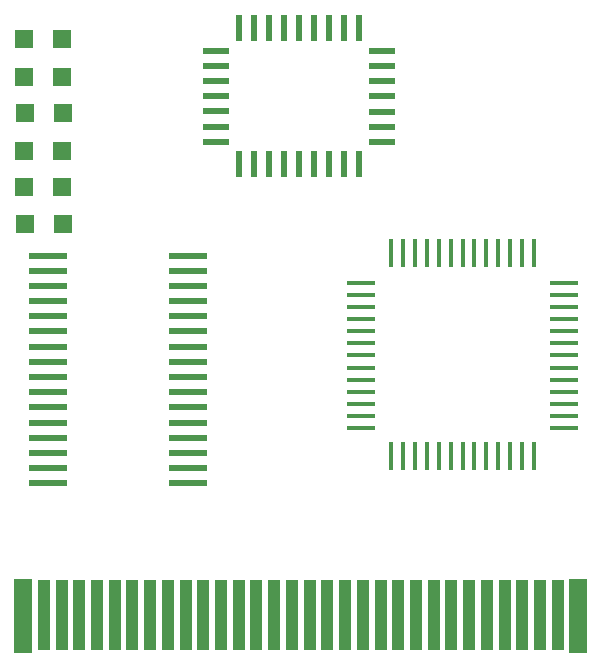
<source format=gbr>
%TF.GenerationSoftware,KiCad,Pcbnew,(6.0.2)*%
%TF.CreationDate,2022-09-16T22:24:32-05:00*%
%TF.ProjectId,REF1222 Optimized,52454631-3232-4322-904f-7074696d697a,rev?*%
%TF.SameCoordinates,Original*%
%TF.FileFunction,Paste,Top*%
%TF.FilePolarity,Positive*%
%FSLAX46Y46*%
G04 Gerber Fmt 4.6, Leading zero omitted, Abs format (unit mm)*
G04 Created by KiCad (PCBNEW (6.0.2)) date 2022-09-16 22:24:32*
%MOMM*%
%LPD*%
G01*
G04 APERTURE LIST*
%ADD10O,2.460000X0.360000*%
%ADD11O,0.360000X2.460000*%
%ADD12R,1.500000X1.500000*%
%ADD13R,1.500000X6.250000*%
%ADD14R,1.000000X6.000000*%
%ADD15R,2.220000X0.600000*%
%ADD16R,0.600000X2.220000*%
%ADD17R,3.250000X0.600000*%
G04 APERTURE END LIST*
D10*
%TO.C,DATEL GBOY*%
X147669000Y-102332000D03*
X147669000Y-103352000D03*
X147669000Y-104372000D03*
X147669000Y-105392000D03*
X147669000Y-106412000D03*
X147669000Y-107432000D03*
X147669000Y-108452000D03*
X147669000Y-109472000D03*
X147669000Y-110492000D03*
X147669000Y-111512000D03*
X147669000Y-112532000D03*
X147669000Y-113552000D03*
X147669000Y-114572000D03*
D11*
X150201000Y-116997000D03*
X151221000Y-116997000D03*
X152236000Y-116997000D03*
X153214000Y-116997000D03*
X154229000Y-116997000D03*
X155246000Y-116997000D03*
X156263000Y-116997000D03*
X157243000Y-116997000D03*
X158254000Y-116997000D03*
X159274000Y-116997000D03*
X160293000Y-116997000D03*
X161309000Y-116997000D03*
X162286000Y-116997000D03*
D10*
X164829000Y-114572000D03*
X164829000Y-113552000D03*
X164829000Y-112532000D03*
X164829000Y-111512000D03*
X164829000Y-110492000D03*
X164829000Y-109472000D03*
X164829000Y-108452000D03*
X164829000Y-107432000D03*
X164829000Y-106412000D03*
X164829000Y-105392000D03*
X164829000Y-104372000D03*
X164829000Y-103352000D03*
X164829000Y-102332000D03*
D11*
X162286000Y-99747000D03*
X161309000Y-99747000D03*
X160293000Y-99747000D03*
X159274000Y-99747000D03*
X158254000Y-99747000D03*
X157243000Y-99747000D03*
X156263000Y-99747000D03*
X155246000Y-99747000D03*
X154229000Y-99747000D03*
X153214000Y-99747000D03*
X152236000Y-99747000D03*
X151221000Y-99747000D03*
X150201000Y-99747000D03*
%TD*%
D12*
%TO.C,R1*%
X119098500Y-84854000D03*
X122315500Y-84856000D03*
%TD*%
%TO.C,C2*%
X119223000Y-87950000D03*
X122440000Y-87952000D03*
%TD*%
%TO.C,R2*%
X119102000Y-91126000D03*
X122319000Y-91128000D03*
%TD*%
%TO.C,C1*%
X119101500Y-81678000D03*
X122318500Y-81680000D03*
%TD*%
D13*
%TO.C,J1*%
X119063984Y-130521000D03*
D14*
X120814242Y-130396000D03*
X122314500Y-130396000D03*
X123814758Y-130396000D03*
X125315016Y-130396000D03*
X126815274Y-130396000D03*
X128315532Y-130396000D03*
X129815790Y-130396000D03*
X131316048Y-130396000D03*
X132816306Y-130396000D03*
X134316564Y-130396000D03*
X135816822Y-130396000D03*
X137317080Y-130396000D03*
X138817338Y-130396000D03*
X140317596Y-130396000D03*
X141817854Y-130396000D03*
X143318112Y-130396000D03*
X144818370Y-130396000D03*
X146318628Y-130396000D03*
X147818886Y-130396000D03*
X149319144Y-130396000D03*
X150819402Y-130396000D03*
X152319660Y-130396000D03*
X153819918Y-130396000D03*
X155320176Y-130396000D03*
X156820434Y-130396000D03*
X158320692Y-130396000D03*
X159820950Y-130396000D03*
X161321208Y-130396000D03*
X162821466Y-130396000D03*
X164321724Y-130396000D03*
D13*
X166071984Y-130521000D03*
%TD*%
D15*
%TO.C,NM27C010V*%
X149414000Y-86515000D03*
X149411000Y-85204000D03*
X149414000Y-83977000D03*
X149414000Y-82659000D03*
D16*
X147512000Y-80763000D03*
X146242000Y-80758000D03*
X144931000Y-80760000D03*
X143699000Y-80758000D03*
X142435000Y-80758000D03*
X141159000Y-80758000D03*
X139849000Y-80763000D03*
X138581000Y-80760000D03*
X137309000Y-80760000D03*
D15*
X135404000Y-82665000D03*
X135406000Y-83974000D03*
X135404000Y-85202000D03*
X135404000Y-86515000D03*
X135404000Y-87782000D03*
X135404000Y-89093000D03*
X135404000Y-90362000D03*
D16*
X137310000Y-92268000D03*
X138582000Y-92268000D03*
X139854000Y-92269000D03*
X141159000Y-92269000D03*
X142428000Y-92269000D03*
X143700000Y-92269000D03*
X144932000Y-92268000D03*
X146239000Y-92270000D03*
X147511000Y-92266000D03*
D15*
X149414000Y-90361000D03*
X149414000Y-89098000D03*
X149414000Y-87821000D03*
%TD*%
D12*
%TO.C,C3*%
X119221000Y-97354000D03*
X122438000Y-97356000D03*
%TD*%
%TO.C,R3*%
X119099000Y-94180000D03*
X122316000Y-94182000D03*
%TD*%
D17*
%TO.C,HY628100ALLG-70*%
X133025000Y-119267000D03*
X133021000Y-117992000D03*
X133026000Y-116687000D03*
X133022000Y-115458000D03*
X133019000Y-114144000D03*
X133027000Y-112831000D03*
X133020000Y-111563000D03*
X133024000Y-110294000D03*
X133024000Y-109024000D03*
X133024000Y-107717000D03*
X133024000Y-106401000D03*
X133024000Y-105137000D03*
X133024000Y-103862000D03*
X133024000Y-102598000D03*
X133020000Y-101289000D03*
X133028000Y-100054000D03*
X121154000Y-100052000D03*
X121154000Y-101284000D03*
X121154000Y-102593000D03*
X121154000Y-103865000D03*
X121154000Y-105135000D03*
X121154000Y-106401000D03*
X121154000Y-107715000D03*
X121158000Y-109022000D03*
X121154000Y-110294000D03*
X121158000Y-111567000D03*
X121158000Y-112835000D03*
X121154000Y-114143000D03*
X121154000Y-115457000D03*
X121161000Y-116685000D03*
X121158000Y-117991000D03*
X121154000Y-119266000D03*
%TD*%
M02*

</source>
